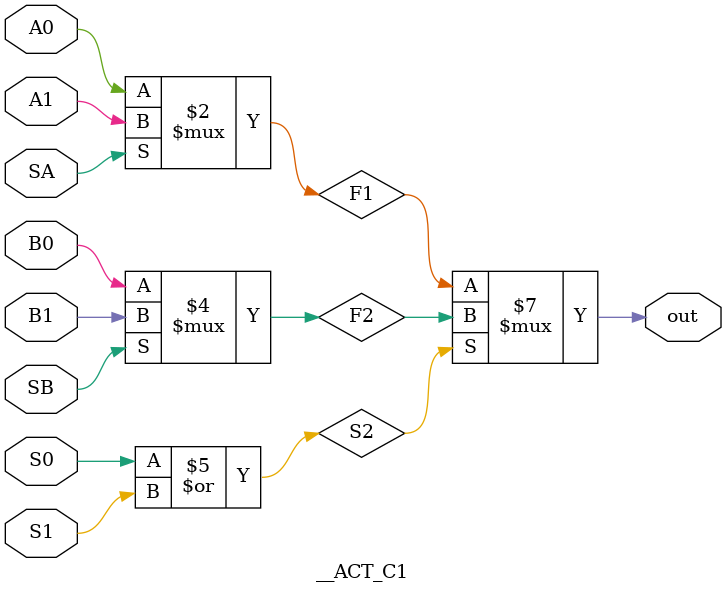
<source format=v>
module __ACT_C1 (
    input A0, A1, SA, B0, B1, SB, S0, S1,

    output out
);
    
    wire F1, F2, S2;

    assign F1 = (SA == 1) ? A1 : A0;
    assign F2 = (SB == 1) ? B1 : B0;
    assign S2 = (S0 | S1);
    assign out = (S2 == 1) ? F2 : F1;

endmodule
</source>
